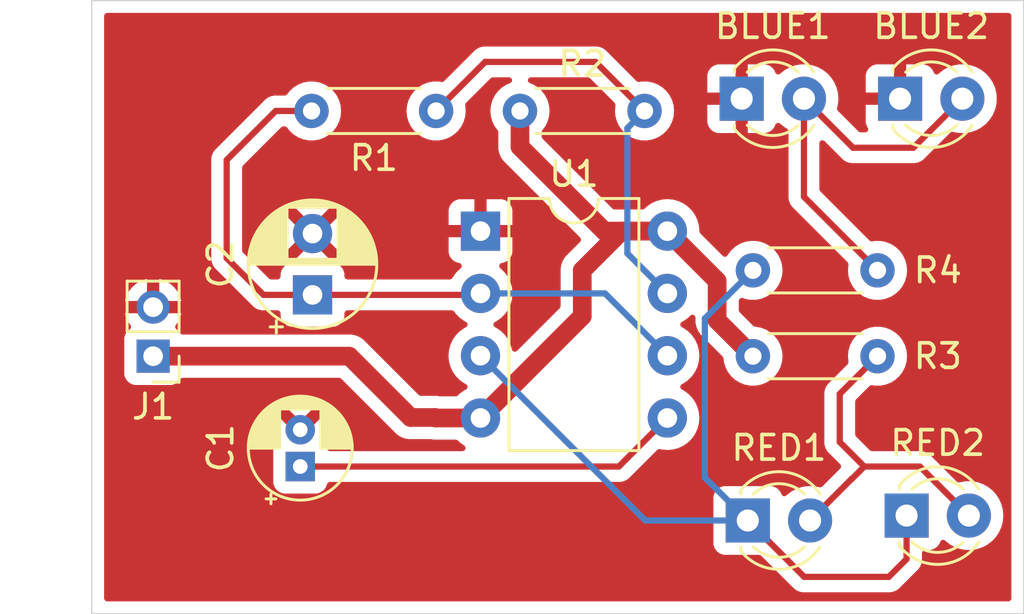
<source format=kicad_pcb>
(kicad_pcb (version 20240108) (generator "pcbnew") (generator_version "8.0")
  (title_block (title "555 Police Light") (date "2024-12-19") (rev "v01") (comment 4 "Author: PUTSHU LUNGHE"))
  (layers (0 "F.Cu" signal) (31 "B.Cu" signal) (34 "B.Paste" user) (35 "F.Paste" user) (36 "B.SilkS" user "B.Silkscreen") (37 "F.SilkS" user "F.Silkscreen") (38 "B.Mask" user) (39 "F.Mask" user) (44 "Edge.Cuts" user))
  (net 0 "")
  (net 1 "GND")
  (net 2 "Net-(BLUE1-A)")
  (net 3 "Net-(U1-CV)")
  (net 4 "Net-(U1-THR)")
  (net 5 "Net-(J1-Pin_1)")
  (net 6 "Net-(U1-DIS)")
  (net 7 "Net-(RED1-A)")
  (net 8 "Net-(RED1-K)")
  (footprint "LED_THT:LED_D3.0mm_Clear" (layer "F.Cu") (at 136 68)
    (property "Reference" "BLUE1" (at 1.27 -2.96 0) (layer "F.SilkS"))
    (property "Value" "LED")
    (fp_line (start -0.29 -1.236) (end -0.29 -1.08) (stroke (width 0.12)) (layer "F.SilkS"))
    (fp_line (start -0.29 1.08) (end -0.29 1.236) (stroke (width 0.12)) (layer "F.SilkS"))
    (fp_arc (start -0.29 -1.235516) (mid 1.366487 -1.987659) (end 2.942335 -1.078608) (stroke (width 0.12)) (layer "F.SilkS"))
    (fp_arc (start 0.229039 -1.08) (mid 1.270117 -1.5) (end 2.31113 -1.079837) (stroke (width 0.12)) (layer "F.SilkS"))
    (fp_arc (start 2.31113 1.079837) (mid 1.270117 1.5) (end 0.229039 1.08) (stroke (width 0.12)) (layer "F.SilkS"))
    (fp_arc (start 2.942335 1.078608) (mid 1.366487 1.987659) (end -0.29 1.235516) (stroke (width 0.12)) (layer "F.SilkS"))
    (pad "1" thru_hole rect (at 0 0) (size 1.8 1.8) (drill 0.9) (layers "*.Cu" "*.Mask") (net 1 "GND"))
    (pad "2" thru_hole circle (at 2.54 0) (size 1.8 1.8) (drill 0.9) (layers "*.Cu" "*.Mask") (net 2 "Net-(BLUE1-A)"))
  )
  (footprint "LED_THT:LED_D3.0mm" (layer "F.Cu") (at 136.25 85.2)
    (property "Reference" "RED1" (at 1.27 -2.96 0) (layer "F.SilkS"))
    (property "Value" "RED")
    (fp_line (start -0.29 -1.236) (end -0.29 -1.08) (stroke (width 0.12)) (layer "F.SilkS"))
    (fp_line (start -0.29 1.08) (end -0.29 1.236) (stroke (width 0.12)) (layer "F.SilkS"))
    (fp_arc (start -0.29 -1.235516) (mid 1.366487 -1.987659) (end 2.942335 -1.078608) (stroke (width 0.12)) (layer "F.SilkS"))
    (fp_arc (start 0.229039 -1.08) (mid 1.270117 -1.5) (end 2.31113 -1.079837) (stroke (width 0.12)) (layer "F.SilkS"))
    (fp_arc (start 2.31113 1.079837) (mid 1.270117 1.5) (end 0.229039 1.08) (stroke (width 0.12)) (layer "F.SilkS"))
    (fp_arc (start 2.942335 1.078608) (mid 1.366487 1.987659) (end -0.29 1.235516) (stroke (width 0.12)) (layer "F.SilkS"))
    (pad "1" thru_hole rect (at 0 0) (size 1.8 1.8) (drill 0.9) (layers "*.Cu" "*.Mask") (net 8 "Net-(RED1-K)"))
    (pad "2" thru_hole circle (at 2.54 0) (size 1.8 1.8) (drill 0.9) (layers "*.Cu" "*.Mask") (net 7 "Net-(RED1-A)"))
  )
  (footprint "Capacitor_THT:CP_Radial_D5.0mm_P2.50mm" (layer "F.Cu") (at 118.5 76 90)
    (property "Reference" "C2" (at 1.25 -3.75 90) (layer "F.SilkS"))
    (property "Value" "C_Polarized_US")
    (fp_line (start 1.29 -2.58) (end 1.29 2.58) (stroke (width 0.12)) (layer "F.SilkS"))
    (fp_line (start 1.25 -2.58) (end 1.25 2.58) (stroke (width 0.12)) (layer "F.SilkS"))
    (fp_line (start 1.33 -2.579) (end 1.33 2.579) (stroke (width 0.12)) (layer "F.SilkS"))
    (fp_line (start 1.37 -2.578) (end 1.37 2.578) (stroke (width 0.12)) (layer "F.SilkS"))
    (fp_line (start 1.41 -2.576) (end 1.41 2.576) (stroke (width 0.12)) (layer "F.SilkS"))
    (fp_line (start 1.45 -2.573) (end 1.45 2.573) (stroke (width 0.12)) (layer "F.SilkS"))
    (fp_line (start 1.49 -2.569) (end 1.49 -1.04) (stroke (width 0.12)) (layer "F.SilkS"))
    (fp_line (start 1.53 -2.565) (end 1.53 -1.04) (stroke (width 0.12)) (layer "F.SilkS"))
    (fp_line (start 1.57 -2.561) (end 1.57 -1.04) (stroke (width 0.12)) (layer "F.SilkS"))
    (fp_line (start 1.61 -2.556) (end 1.61 -1.04) (stroke (width 0.12)) (layer "F.SilkS"))
    (fp_line (start 1.65 -2.55) (end 1.65 -1.04) (stroke (width 0.12)) (layer "F.SilkS"))
    (fp_line (start 1.69 -2.543) (end 1.69 -1.04) (stroke (width 0.12)) (layer "F.SilkS"))
    (fp_line (start 1.73 -2.536) (end 1.73 -1.04) (stroke (width 0.12)) (layer "F.SilkS"))
    (fp_line (start 1.77 -2.528) (end 1.77 -1.04) (stroke (width 0.12)) (layer "F.SilkS"))
    (fp_line (start 1.81 -2.52) (end 1.81 -1.04) (stroke (width 0.12)) (layer "F.SilkS"))
    (fp_line (start 1.85 -2.511) (end 1.85 -1.04) (stroke (width 0.12)) (layer "F.SilkS"))
    (fp_line (start 1.89 -2.501) (end 1.89 -1.04) (stroke (width 0.12)) (layer "F.SilkS"))
    (fp_line (start 1.93 -2.491) (end 1.93 -1.04) (stroke (width 0.12)) (layer "F.SilkS"))
    (fp_line (start 1.971 -2.48) (end 1.971 -1.04) (stroke (width 0.12)) (layer "F.SilkS"))
    (fp_line (start 2.011 -2.468) (end 2.011 -1.04) (stroke (width 0.12)) (layer "F.SilkS"))
    (fp_line (start 2.051 -2.455) (end 2.051 -1.04) (stroke (width 0.12)) (layer "F.SilkS"))
    (fp_line (start 2.091 -2.442) (end 2.091 -1.04) (stroke (width 0.12)) (layer "F.SilkS"))
    (fp_line (start 2.131 -2.428) (end 2.131 -1.04) (stroke (width 0.12)) (layer "F.SilkS"))
    (fp_line (start 2.171 -2.414) (end 2.171 -1.04) (stroke (width 0.12)) (layer "F.SilkS"))
    (fp_line (start 2.211 -2.398) (end 2.211 -1.04) (stroke (width 0.12)) (layer "F.SilkS"))
    (fp_line (start 2.251 -2.382) (end 2.251 -1.04) (stroke (width 0.12)) (layer "F.SilkS"))
    (fp_line (start 2.291 -2.365) (end 2.291 -1.04) (stroke (width 0.12)) (layer "F.SilkS"))
    (fp_line (start 2.331 -2.348) (end 2.331 -1.04) (stroke (width 0.12)) (layer "F.SilkS"))
    (fp_line (start 2.371 -2.329) (end 2.371 -1.04) (stroke (width 0.12)) (layer "F.SilkS"))
    (fp_line (start 2.411 -2.31) (end 2.411 -1.04) (stroke (width 0.12)) (layer "F.SilkS"))
    (fp_line (start 2.451 -2.29) (end 2.451 -1.04) (stroke (width 0.12)) (layer "F.SilkS"))
    (fp_line (start 2.491 -2.268) (end 2.491 -1.04) (stroke (width 0.12)) (layer "F.SilkS"))
    (fp_line (start 2.531 -2.247) (end 2.531 -1.04) (stroke (width 0.12)) (layer "F.SilkS"))
    (fp_line (start 2.571 -2.224) (end 2.571 -1.04) (stroke (width 0.12)) (layer "F.SilkS"))
    (fp_line (start 2.611 -2.2) (end 2.611 -1.04) (stroke (width 0.12)) (layer "F.SilkS"))
    (fp_line (start 2.651 -2.175) (end 2.651 -1.04) (stroke (width 0.12)) (layer "F.SilkS"))
    (fp_line (start 2.691 -2.149) (end 2.691 -1.04) (stroke (width 0.12)) (layer "F.SilkS"))
    (fp_line (start 2.731 -2.122) (end 2.731 -1.04) (stroke (width 0.12)) (layer "F.SilkS"))
    (fp_line (start 2.771 -2.095) (end 2.771 -1.04) (stroke (width 0.12)) (layer "F.SilkS"))
    (fp_line (start 2.811 -2.065) (end 2.811 -1.04) (stroke (width 0.12)) (layer "F.SilkS"))
    (fp_line (start 2.851 -2.035) (end 2.851 -1.04) (stroke (width 0.12)) (layer "F.SilkS"))
    (fp_line (start 2.891 -2.004) (end 2.891 -1.04) (stroke (width 0.12)) (layer "F.SilkS"))
    (fp_line (start 2.931 -1.971) (end 2.931 -1.04) (stroke (width 0.12)) (layer "F.SilkS"))
    (fp_line (start 2.971 -1.937) (end 2.971 -1.04) (stroke (width 0.12)) (layer "F.SilkS"))
    (fp_line (start 3.011 -1.901) (end 3.011 -1.04) (stroke (width 0.12)) (layer "F.SilkS"))
    (fp_line (start 3.051 -1.864) (end 3.051 -1.04) (stroke (width 0.12)) (layer "F.SilkS"))
    (fp_line (start 3.091 -1.826) (end 3.091 -1.04) (stroke (width 0.12)) (layer "F.SilkS"))
    (fp_line (start 3.131 -1.785) (end 3.131 -1.04) (stroke (width 0.12)) (layer "F.SilkS"))
    (fp_line (start 3.171 -1.743) (end 3.171 -1.04) (stroke (width 0.12)) (layer "F.SilkS"))
    (fp_line (start -1.304775 -1.725) (end -1.304775 -1.225) (stroke (width 0.12)) (layer "F.SilkS"))
    (fp_line (start 3.211 -1.699) (end 3.211 -1.04) (stroke (width 0.12)) (layer "F.SilkS"))
    (fp_line (start 3.251 -1.653) (end 3.251 -1.04) (stroke (width 0.12)) (layer "F.SilkS"))
    (fp_line (start 3.291 -1.605) (end 3.291 -1.04) (stroke (width 0.12)) (layer "F.SilkS"))
    (fp_line (start 3.331 -1.554) (end 3.331 -1.04) (stroke (width 0.12)) (layer "F.SilkS"))
    (fp_line (start 3.371 -1.5) (end 3.371 -1.04) (stroke (width 0.12)) (layer "F.SilkS"))
    (fp_line (start -1.554775 -1.475) (end -1.054775 -1.475) (stroke (width 0.12)) (layer "F.SilkS"))
    (fp_line (start 3.411 -1.443) (end 3.411 -1.04) (stroke (width 0.12)) (layer "F.SilkS"))
    (fp_line (start 3.451 -1.383) (end 3.451 -1.04) (stroke (width 0.12)) (layer "F.SilkS"))
    (fp_line (start 3.491 -1.319) (end 3.491 -1.04) (stroke (width 0.12)) (layer "F.SilkS"))
    (fp_line (start 3.531 -1.251) (end 3.531 -1.04) (stroke (width 0.12)) (layer "F.SilkS"))
    (fp_line (start 3.571 -1.178) (end 3.571 1.178) (stroke (width 0.12)) (layer "F.SilkS"))
    (fp_line (start 3.611 -1.098) (end 3.611 1.098) (stroke (width 0.12)) (layer "F.SilkS"))
    (fp_line (start 3.651 -1.011) (end 3.651 1.011) (stroke (width 0.12)) (layer "F.SilkS"))
    (fp_line (start 3.691 -0.915) (end 3.691 0.915) (stroke (width 0.12)) (layer "F.SilkS"))
    (fp_line (start 3.731 -0.805) (end 3.731 0.805) (stroke (width 0.12)) (layer "F.SilkS"))
    (fp_line (start 3.771 -0.677) (end 3.771 0.677) (stroke (width 0.12)) (layer "F.SilkS"))
    (fp_line (start 3.811 -0.518) (end 3.811 0.518) (stroke (width 0.12)) (layer "F.SilkS"))
    (fp_line (start 3.851 -0.284) (end 3.851 0.284) (stroke (width 0.12)) (layer "F.SilkS"))
    (fp_line (start 3.531 1.04) (end 3.531 1.251) (stroke (width 0.12)) (layer "F.SilkS"))
    (fp_line (start 3.491 1.04) (end 3.491 1.319) (stroke (width 0.12)) (layer "F.SilkS"))
    (fp_line (start 3.451 1.04) (end 3.451 1.383) (stroke (width 0.12)) (layer "F.SilkS"))
    (fp_line (start 3.411 1.04) (end 3.411 1.443) (stroke (width 0.12)) (layer "F.SilkS"))
    (fp_line (start 3.371 1.04) (end 3.371 1.5) (stroke (width 0.12)) (layer "F.SilkS"))
    (fp_line (start 3.331 1.04) (end 3.331 1.554) (stroke (width 0.12)) (layer "F.SilkS"))
    (fp_line (start 3.291 1.04) (end 3.291 1.605) (stroke (width 0.12)) (layer "F.SilkS"))
    (fp_line (start 3.251 1.04) (end 3.251 1.653) (stroke (width 0.12)) (layer "F.SilkS"))
    (fp_line (start 3.211 1.04) (end 3.211 1.699) (stroke (width 0.12)) (layer "F.SilkS"))
    (fp_line (start 3.171 1.04) (end 3.171 1.743) (stroke (width 0.12)) (layer "F.SilkS"))
    (fp_line (start 3.131 1.04) (end 3.131 1.785) (stroke (width 0.12)) (layer "F.SilkS"))
    (fp_line (start 3.091 1.04) (end 3.091 1.826) (stroke (width 0.12)) (layer "F.SilkS"))
    (fp_line (start 3.051 1.04) (end 3.051 1.864) (stroke (width 0.12)) (layer "F.SilkS"))
    (fp_line (start 3.011 1.04) (end 3.011 1.901) (stroke (width 0.12)) (layer "F.SilkS"))
    (fp_line (start 2.971 1.04) (end 2.971 1.937) (stroke (width 0.12)) (layer "F.SilkS"))
    (fp_line (start 2.931 1.04) (end 2.931 1.971) (stroke (width 0.12)) (layer "F.SilkS"))
    (fp_line (start 2.891 1.04) (end 2.891 2.004) (stroke (width 0.12)) (layer "F.SilkS"))
    (fp_line (start 2.851 1.04) (end 2.851 2.035) (stroke (width 0.12)) (layer "F.SilkS"))
    (fp_line (start 2.811 1.04) (end 2.811 2.065) (stroke (width 0.12)) (layer "F.SilkS"))
    (fp_line (start 2.771 1.04) (end 2.771 2.095) (stroke (width 0.12)) (layer "F.SilkS"))
    (fp_line (start 2.731 1.04) (end 2.731 2.122) (stroke (width 0.12)) (layer "F.SilkS"))
    (fp_line (start 2.691 1.04) (end 2.691 2.149) (stroke (width 0.12)) (layer "F.SilkS"))
    (fp_line (start 2.651 1.04) (end 2.651 2.175) (stroke (width 0.12)) (layer "F.SilkS"))
    (fp_line (start 2.611 1.04) (end 2.611 2.2) (stroke (width 0.12)) (layer "F.SilkS"))
    (fp_line (start 2.571 1.04) (end 2.571 2.224) (stroke (width 0.12)) (layer "F.SilkS"))
    (fp_line (start 2.531 1.04) (end 2.531 2.247) (stroke (width 0.12)) (layer "F.SilkS"))
    (fp_line (start 2.491 1.04) (end 2.491 2.268) (stroke (width 0.12)) (layer "F.SilkS"))
    (fp_line (start 2.451 1.04) (end 2.451 2.29) (stroke (width 0.12)) (layer "F.SilkS"))
    (fp_line (start 2.411 1.04) (end 2.411 2.31) (stroke (width 0.12)) (layer "F.SilkS"))
    (fp_line (start 2.371 1.04) (end 2.371 2.329) (stroke (width 0.12)) (layer "F.SilkS"))
    (fp_line (start 2.331 1.04) (end 2.331 2.348) (stroke (width 0.12)) (layer "F.SilkS"))
    (fp_line (start 2.291 1.04) (end 2.291 2.365) (stroke (width 0.12)) (layer "F.SilkS"))
    (fp_line (start 2.251 1.04) (end 2.251 2.382) (stroke (width 0.12)) (layer "F.SilkS"))
    (fp_line (start 2.211 1.04) (end 2.211 2.398) (stroke (width 0.12)) (layer "F.SilkS"))
    (fp_line (start 2.171 1.04) (end 2.171 2.414) (stroke (width 0.12)) (layer "F.SilkS"))
    (fp_line (start 2.131 1.04) (end 2.131 2.428) (stroke (width 0.12)) (layer "F.SilkS"))
    (fp_line (start 2.091 1.04) (end 2.091 2.442) (stroke (width 0.12)) (layer "F.SilkS"))
    (fp_line (start 2.051 1.04) (end 2.051 2.455) (stroke (width 0.12)) (layer "F.SilkS"))
    (fp_line (start 2.011 1.04) (end 2.011 2.468) (stroke (width 0.12)) (layer "F.SilkS"))
    (fp_line (start 1.971 1.04) (end 1.971 2.48) (stroke (width 0.12)) (layer "F.SilkS"))
    (fp_line (start 1.93 1.04) (end 1.93 2.491) (stroke (width 0.12)) (layer "F.SilkS"))
    (fp_line (start 1.89 1.04) (end 1.89 2.501) (stroke (width 0.12)) (layer "F.SilkS"))
    (fp_line (start 1.85 1.04) (end 1.85 2.511) (stroke (width 0.12)) (layer "F.SilkS"))
    (fp_line (start 1.81 1.04) (end 1.81 2.52) (stroke (width 0.12)) (layer "F.SilkS"))
    (fp_line (start 1.77 1.04) (end 1.77 2.528) (stroke (width 0.12)) (layer "F.SilkS"))
    (fp_line (start 1.73 1.04) (end 1.73 2.536) (stroke (width 0.12)) (layer "F.SilkS"))
    (fp_line (start 1.69 1.04) (end 1.69 2.543) (stroke (width 0.12)) (layer "F.SilkS"))
    (fp_line (start 1.65 1.04) (end 1.65 2.55) (stroke (width 0.12)) (layer "F.SilkS"))
    (fp_line (start 1.61 1.04) (end 1.61 2.556) (stroke (width 0.12)) (layer "F.SilkS"))
    (fp_line (start 1.57 1.04) (end 1.57 2.561) (stroke (width 0.12)) (layer "F.SilkS"))
    (fp_line (start 1.53 1.04) (end 1.53 2.565) (stroke (width 0.12)) (layer "F.SilkS"))
    (fp_line (start 1.49 1.04) (end 1.49 2.569) (stroke (width 0.12)) (layer "F.SilkS"))
    (fp_circle (center 1.25 0) (end 3.87 0) (stroke (width 0.12)) (fill none) (layer "F.SilkS"))
    (pad "1" thru_hole rect (at 0 0 90) (size 1.6 1.6) (drill 0.8) (layers "*.Cu" "*.Mask") (net 4 "Net-(U1-THR)"))
    (pad "2" thru_hole circle (at 2.5 0 90) (size 1.6 1.6) (drill 0.8) (layers "*.Cu" "*.Mask") (net 1 "GND"))
  )
  (footprint "Connector_PinHeader_2.00mm:PinHeader_1x02_P2.00mm_Vertical" (layer "F.Cu") (at 112 78.5 180)
    (property "Reference" "J1" (at 0 -2.06 360) (layer "F.SilkS"))
    (property "Value" "Conn_01x02_Pin")
    (fp_line (start 1.06 1) (end 1.06 3.06) (stroke (width 0.12)) (layer "F.SilkS"))
    (fp_line (start -1.06 3.06) (end 1.06 3.06) (stroke (width 0.12)) (layer "F.SilkS"))
    (fp_line (start -1.06 1) (end 1.06 1) (stroke (width 0.12)) (layer "F.SilkS"))
    (fp_line (start -1.06 1) (end -1.06 3.06) (stroke (width 0.12)) (layer "F.SilkS"))
    (fp_line (start -1.06 0) (end -1.06 -1.06) (stroke (width 0.12)) (layer "F.SilkS"))
    (fp_line (start -1.06 -1.06) (end 0 -1.06) (stroke (width 0.12)) (layer "F.SilkS"))
    (pad "1" thru_hole rect (at 0 0 180) (size 1.35 1.35) (drill 0.8) (layers "*.Cu" "*.Mask") (net 5 "Net-(J1-Pin_1)"))
    (pad "2" thru_hole oval (at 0 2 180) (size 1.35 1.35) (drill 0.8) (layers "*.Cu" "*.Mask") (net 1 "GND"))
  )
  (footprint "Resistor_THT:R_Axial_DIN0204_L3.6mm_D1.6mm_P5.08mm_Horizontal" (layer "F.Cu") (at 136.46 78.5)
    (property "Reference" "R3" (at 7.54 0 0) (layer "F.SilkS"))
    (property "Value" "120R")
    (fp_line (start 0.62 -0.92) (end 4.46 -0.92) (stroke (width 0.12)) (layer "F.SilkS"))
    (fp_line (start 0.62 0.92) (end 4.46 0.92) (stroke (width 0.12)) (layer "F.SilkS"))
    (pad "1" thru_hole circle (at 0 0) (size 1.4 1.4) (drill 0.7) (layers "*.Cu" "*.Mask") (net 5 "Net-(J1-Pin_1)"))
    (pad "2" thru_hole oval (at 5.08 0) (size 1.4 1.4) (drill 0.7) (layers "*.Cu" "*.Mask") (net 7 "Net-(RED1-A)"))
  )
  (footprint "LED_THT:LED_D3.0mm" (layer "F.Cu") (at 142.725 85)
    (property "Reference" "RED2" (at 1.27 -2.96 0) (layer "F.SilkS"))
    (property "Value" "RED")
    (fp_line (start -0.29 -1.236) (end -0.29 -1.08) (stroke (width 0.12)) (layer "F.SilkS"))
    (fp_line (start -0.29 1.08) (end -0.29 1.236) (stroke (width 0.12)) (layer "F.SilkS"))
    (fp_arc (start -0.29 -1.235516) (mid 1.366487 -1.987659) (end 2.942335 -1.078608) (stroke (width 0.12)) (layer "F.SilkS"))
    (fp_arc (start 0.229039 -1.08) (mid 1.270117 -1.5) (end 2.31113 -1.079837) (stroke (width 0.12)) (layer "F.SilkS"))
    (fp_arc (start 2.31113 1.079837) (mid 1.270117 1.5) (end 0.229039 1.08) (stroke (width 0.12)) (layer "F.SilkS"))
    (fp_arc (start 2.942335 1.078608) (mid 1.366487 1.987659) (end -0.29 1.235516) (stroke (width 0.12)) (layer "F.SilkS"))
    (pad "1" thru_hole rect (at 0 0) (size 1.8 1.8) (drill 0.9) (layers "*.Cu" "*.Mask") (net 8 "Net-(RED1-K)"))
    (pad "2" thru_hole circle (at 2.54 0) (size 1.8 1.8) (drill 0.9) (layers "*.Cu" "*.Mask") (net 7 "Net-(RED1-A)"))
  )
  (footprint "Resistor_THT:R_Axial_DIN0204_L3.6mm_D1.6mm_P5.08mm_Horizontal" (layer "F.Cu") (at 123.54 68.5 180)
    (property "Reference" "R1" (at 2.54 -1.92 180) (layer "F.SilkS"))
    (property "Value" "10K")
    (fp_line (start 0.62 0.92) (end 4.46 0.92) (stroke (width 0.12)) (layer "F.SilkS"))
    (fp_line (start 0.62 -0.92) (end 4.46 -0.92) (stroke (width 0.12)) (layer "F.SilkS"))
    (pad "1" thru_hole circle (at 0 0 180) (size 1.4 1.4) (drill 0.7) (layers "*.Cu" "*.Mask") (net 6 "Net-(U1-DIS)"))
    (pad "2" thru_hole oval (at 5.08 0 180) (size 1.4 1.4) (drill 0.7) (layers "*.Cu" "*.Mask") (net 4 "Net-(U1-THR)"))
  )
  (footprint "LED_THT:LED_D3.0mm_Clear" (layer "F.Cu") (at 142.46 68)
    (property "Reference" "BLUE2" (at 1.27 -2.96 0) (layer "F.SilkS"))
    (property "Value" "LED")
    (fp_line (start -0.29 -1.236) (end -0.29 -1.08) (stroke (width 0.12)) (layer "F.SilkS"))
    (fp_line (start -0.29 1.08) (end -0.29 1.236) (stroke (width 0.12)) (layer "F.SilkS"))
    (fp_arc (start -0.29 -1.235516) (mid 1.366487 -1.987659) (end 2.942335 -1.078608) (stroke (width 0.12)) (layer "F.SilkS"))
    (fp_arc (start 0.229039 -1.08) (mid 1.270117 -1.5) (end 2.31113 -1.079837) (stroke (width 0.12)) (layer "F.SilkS"))
    (fp_arc (start 2.31113 1.079837) (mid 1.270117 1.5) (end 0.229039 1.08) (stroke (width 0.12)) (layer "F.SilkS"))
    (fp_arc (start 2.942335 1.078608) (mid 1.366487 1.987659) (end -0.29 1.235516) (stroke (width 0.12)) (layer "F.SilkS"))
    (pad "1" thru_hole rect (at 0 0) (size 1.8 1.8) (drill 0.9) (layers "*.Cu" "*.Mask") (net 1 "GND"))
    (pad "2" thru_hole circle (at 2.54 0) (size 1.8 1.8) (drill 0.9) (layers "*.Cu" "*.Mask") (net 2 "Net-(BLUE1-A)"))
  )
  (footprint "Capacitor_THT:CP_Radial_D4.0mm_P1.50mm" (layer "F.Cu") (at 118 83 90)
    (property "Reference" "C1" (at 0.75 -3.25 90) (layer "F.SilkS"))
    (property "Value" "C_Polarized_US")
    (fp_line (start 0.79 -2.08) (end 0.79 -0.84) (stroke (width 0.12)) (layer "F.SilkS"))
    (fp_line (start 0.75 -2.08) (end 0.75 -0.84) (stroke (width 0.12)) (layer "F.SilkS"))
    (fp_line (start 0.83 -2.079) (end 0.83 -0.84) (stroke (width 0.12)) (layer "F.SilkS"))
    (fp_line (start 0.87 -2.077) (end 0.87 -0.84) (stroke (width 0.12)) (layer "F.SilkS"))
    (fp_line (start 0.91 -2.074) (end 0.91 -0.84) (stroke (width 0.12)) (layer "F.SilkS"))
    (fp_line (start 0.95 -2.071) (end 0.95 -0.84) (stroke (width 0.12)) (layer "F.SilkS"))
    (fp_line (start 0.99 -2.067) (end 0.99 -0.84) (stroke (width 0.12)) (layer "F.SilkS"))
    (fp_line (start 1.03 -2.062) (end 1.03 -0.84) (stroke (width 0.12)) (layer "F.SilkS"))
    (fp_line (start 1.07 -2.056) (end 1.07 -0.84) (stroke (width 0.12)) (layer "F.SilkS"))
    (fp_line (start 1.11 -2.05) (end 1.11 -0.84) (stroke (width 0.12)) (layer "F.SilkS"))
    (fp_line (start 1.15 -2.042) (end 1.15 -0.84) (stroke (width 0.12)) (layer "F.SilkS"))
    (fp_line (start 1.19 -2.034) (end 1.19 -0.84) (stroke (width 0.12)) (layer "F.SilkS"))
    (fp_line (start 1.23 -2.025) (end 1.23 -0.84) (stroke (width 0.12)) (layer "F.SilkS"))
    (fp_line (start 1.27 -2.016) (end 1.27 -0.84) (stroke (width 0.12)) (layer "F.SilkS"))
    (fp_line (start 1.31 -2.005) (end 1.31 -0.84) (stroke (width 0.12)) (layer "F.SilkS"))
    (fp_line (start 1.35 -1.994) (end 1.35 -0.84) (stroke (width 0.12)) (layer "F.SilkS"))
    (fp_line (start 1.39 -1.982) (end 1.39 -0.84) (stroke (width 0.12)) (layer "F.SilkS"))
    (fp_line (start 1.43 -1.968) (end 1.43 -0.84) (stroke (width 0.12)) (layer "F.SilkS"))
    (fp_line (start 1.471 -1.954) (end 1.471 -0.84) (stroke (width 0.12)) (layer "F.SilkS"))
    (fp_line (start 1.511 -1.94) (end 1.511 -0.84) (stroke (width 0.12)) (layer "F.SilkS"))
    (fp_line (start 1.551 -1.924) (end 1.551 -0.84) (stroke (width 0.12)) (layer "F.SilkS"))
    (fp_line (start 1.591 -1.907) (end 1.591 -0.84) (stroke (width 0.12)) (layer "F.SilkS"))
    (fp_line (start 1.631 -1.889) (end 1.631 -0.84) (stroke (width 0.12)) (layer "F.SilkS"))
    (fp_line (start 1.671 -1.87) (end 1.671 -0.84) (stroke (width 0.12)) (layer "F.SilkS"))
    (fp_line (start 1.711 -1.851) (end 1.711 -0.84) (stroke (width 0.12)) (layer "F.SilkS"))
    (fp_line (start 1.751 -1.83) (end 1.751 -0.84) (stroke (width 0.12)) (layer "F.SilkS"))
    (fp_line (start 1.791 -1.808) (end 1.791 -0.84) (stroke (width 0.12)) (layer "F.SilkS"))
    (fp_line (start 1.831 -1.785) (end 1.831 -0.84) (stroke (width 0.12)) (layer "F.SilkS"))
    (fp_line (start 1.871 -1.76) (end 1.871 -0.84) (stroke (width 0.12)) (layer "F.SilkS"))
    (fp_line (start 1.911 -1.735) (end 1.911 -0.84) (stroke (width 0.12)) (layer "F.SilkS"))
    (fp_line (start 1.951 -1.708) (end 1.951 -0.84) (stroke (width 0.12)) (layer "F.SilkS"))
    (fp_line (start 1.991 -1.68) (end 1.991 -0.84) (stroke (width 0.12)) (layer "F.SilkS"))
    (fp_line (start 2.031 -1.65) (end 2.031 -0.84) (stroke (width 0.12)) (layer "F.SilkS"))
    (fp_line (start 2.071 -1.619) (end 2.071 -0.84) (stroke (width 0.12)) (layer "F.SilkS"))
    (fp_line (start 2.111 -1.587) (end 2.111 -0.84) (stroke (width 0.12)) (layer "F.SilkS"))
    (fp_line (start 2.151 -1.552) (end 2.151 -0.84) (stroke (width 0.12)) (layer "F.SilkS"))
    (fp_line (start 2.191 -1.516) (end 2.191 -0.84) (stroke (width 0.12)) (layer "F.SilkS"))
    (fp_line (start 2.231 -1.478) (end 2.231 -0.84) (stroke (width 0.12)) (layer "F.SilkS"))
    (fp_line (start 2.271 -1.438) (end 2.271 -0.84) (stroke (width 0.12)) (layer "F.SilkS"))
    (fp_line (start 2.311 -1.396) (end 2.311 -0.84) (stroke (width 0.12)) (layer "F.SilkS"))
    (fp_line (start -1.319801 -1.395) (end -1.319801 -0.995) (stroke (width 0.12)) (layer "F.SilkS"))
    (fp_line (start 2.351 -1.351) (end 2.351 1.351) (stroke (width 0.12)) (layer "F.SilkS"))
    (fp_line (start 2.391 -1.304) (end 2.391 1.304) (stroke (width 0.12)) (layer "F.SilkS"))
    (fp_line (start 2.431 -1.254) (end 2.431 1.254) (stroke (width 0.12)) (layer "F.SilkS"))
    (fp_line (start 2.471 -1.2) (end 2.471 1.2) (stroke (width 0.12)) (layer "F.SilkS"))
    (fp_line (start -1.519801 -1.195) (end -1.119801 -1.195) (stroke (width 0.12)) (layer "F.SilkS"))
    (fp_line (start 2.511 -1.142) (end 2.511 1.142) (stroke (width 0.12)) (layer "F.SilkS"))
    (fp_line (start 2.551 -1.08) (end 2.551 1.08) (stroke (width 0.12)) (layer "F.SilkS"))
    (fp_line (start 2.591 -1.013) (end 2.591 1.013) (stroke (width 0.12)) (layer "F.SilkS"))
    (fp_line (start 2.631 -0.94) (end 2.631 0.94) (stroke (width 0.12)) (layer "F.SilkS"))
    (fp_line (start 2.671 -0.859) (end 2.671 0.859) (stroke (width 0.12)) (layer "F.SilkS"))
    (fp_line (start 2.711 -0.768) (end 2.711 0.768) (stroke (width 0.12)) (layer "F.SilkS"))
    (fp_line (start 2.751 -0.664) (end 2.751 0.664) (stroke (width 0.12)) (layer "F.SilkS"))
    (fp_line (start 2.791 -0.537) (end 2.791 0.537) (stroke (width 0.12)) (layer "F.SilkS"))
    (fp_line (start 2.831 -0.37) (end 2.831 0.37) (stroke (width 0.12)) (layer "F.SilkS"))
    (fp_line (start 2.311 0.84) (end 2.311 1.396) (stroke (width 0.12)) (layer "F.SilkS"))
    (fp_line (start 2.271 0.84) (end 2.271 1.438) (stroke (width 0.12)) (layer "F.SilkS"))
    (fp_line (start 2.231 0.84) (end 2.231 1.478) (stroke (width 0.12)) (layer "F.SilkS"))
    (fp_line (start 2.191 0.84) (end 2.191 1.516) (stroke (width 0.12)) (layer "F.SilkS"))
    (fp_line (start 2.151 0.84) (end 2.151 1.552) (stroke (width 0.12)) (layer "F.SilkS"))
    (fp_line (start 2.111 0.84) (end 2.111 1.587) (stroke (width 0.12)) (layer "F.SilkS"))
    (fp_line (start 2.071 0.84) (end 2.071 1.619) (stroke (width 0.12)) (layer "F.SilkS"))
    (fp_line (start 2.031 0.84) (end 2.031 1.65) (stroke (width 0.12)) (layer "F.SilkS"))
    (fp_line (start 1.991 0.84) (end 1.991 1.68) (stroke (width 0.12)) (layer "F.SilkS"))
    (fp_line (start 1.951 0.84) (end 1.951 1.708) (stroke (width 0.12)) (layer "F.SilkS"))
    (fp_line (start 1.911 0.84) (end 1.911 1.735) (stroke (width 0.12)) (layer "F.SilkS"))
    (fp_line (start 1.871 0.84) (end 1.871 1.76) (stroke (width 0.12)) (layer "F.SilkS"))
    (fp_line (start 1.831 0.84) (end 1.831 1.785) (stroke (width 0.12)) (layer "F.SilkS"))
    (fp_line (start 1.791 0.84) (end 1.791 1.808) (stroke (width 0.12)) (layer "F.SilkS"))
    (fp_line (start 1.751 0.84) (end 1.751 1.83) (stroke (width 0.12)) (layer "F.SilkS"))
    (fp_line (start 1.711 0.84) (end 1.711 1.851) (stroke (width 0.12)) (layer "F.SilkS"))
    (fp_line (start 1.671 0.84) (end 1.671 1.87) (stroke (width 0.12)) (layer "F.SilkS"))
    (fp_line (start 1.631 0.84) (end 1.631 1.889) (stroke (width 0.12)) (layer "F.SilkS"))
    (fp_line (start 1.591 0.84) (end 1.591 1.907) (stroke (width 0.12)) (layer "F.SilkS"))
    (fp_line (start 1.551 0.84) (end 1.551 1.924) (stroke (width 0.12)) (layer "F.SilkS"))
    (fp_line (start 1.511 0.84) (end 1.511 1.94) (stroke (width 0.12)) (layer "F.SilkS"))
    (fp_line (start 1.471 0.84) (end 1.471 1.954) (stroke (width 0.12)) (layer "F.SilkS"))
    (fp_line (start 1.43 0.84) (end 1.43 1.968) (stroke (width 0.12)) (layer "F.SilkS"))
    (fp_line (start 1.39 0.84) (end 1.39 1.982) (stroke (width 0.12)) (layer "F.SilkS"))
    (fp_line (start 1.35 0.84) (end 1.35 1.994) (stroke (width 0.12)) (layer "F.SilkS"))
    (fp_line (start 1.31 0.84) (end 1.31 2.005) (stroke (width 0.12)) (layer "F.SilkS"))
    (fp_line (start 1.27 0.84) (end 1.27 2.016) (stroke (width 0.12)) (layer "F.SilkS"))
    (fp_line (start 1.23 0.84) (end 1.23 2.025) (stroke (width 0.12)) (layer "F.SilkS"))
    (fp_line (start 1.19 0.84) (end 1.19 2.034) (stroke (width 0.12)) (layer "F.SilkS"))
    (fp_line (start 1.15 0.84) (end 1.15 2.042) (stroke (width 0.12)) (layer "F.SilkS"))
    (fp_line (start 1.11 0.84) (end 1.11 2.05) (stroke (width 0.12)) (layer "F.SilkS"))
    (fp_line (start 1.07 0.84) (end 1.07 2.056) (stroke (width 0.12)) (layer "F.SilkS"))
    (fp_line (start 1.03 0.84) (end 1.03 2.062) (stroke (width 0.12)) (layer "F.SilkS"))
    (fp_line (start 0.99 0.84) (end 0.99 2.067) (stroke (width 0.12)) (layer "F.SilkS"))
    (fp_line (start 0.95 0.84) (end 0.95 2.071) (stroke (width 0.12)) (layer "F.SilkS"))
    (fp_line (start 0.91 0.84) (end 0.91 2.074) (stroke (width 0.12)) (layer "F.SilkS"))
    (fp_line (start 0.87 0.84) (end 0.87 2.077) (stroke (width 0.12)) (layer "F.SilkS"))
    (fp_line (start 0.83 0.84) (end 0.83 2.079) (stroke (width 0.12)) (layer "F.SilkS"))
    (fp_line (start 0.79 0.84) (end 0.79 2.08) (stroke (width 0.12)) (layer "F.SilkS"))
    (fp_line (start 0.75 0.84) (end 0.75 2.08) (stroke (width 0.12)) (layer "F.SilkS"))
    (fp_circle (center 0.75 0) (end 2.87 0) (stroke (width 0.12)) (fill none) (layer "F.SilkS"))
    (pad "1" thru_hole rect (at 0 0 90) (size 1.2 1.2) (drill 0.6) (layers "*.Cu" "*.Mask") (net 3 "Net-(U1-CV)"))
    (pad "2" thru_hole circle (at 1.5 0 90) (size 1.2 1.2) (drill 0.6) (layers "*.Cu" "*.Mask") (net 1 "GND"))
  )
  (footprint "Resistor_THT:R_Axial_DIN0204_L3.6mm_D1.6mm_P5.08mm_Horizontal" (layer "F.Cu") (at 136.46 75)
    (property "Reference" "R4" (at 7.54 0 0) (layer "F.SilkS"))
    (property "Value" "120R")
    (fp_line (start 0.62 -0.92) (end 4.46 -0.92) (stroke (width 0.12)) (layer "F.SilkS"))
    (fp_line (start 0.62 0.92) (end 4.46 0.92) (stroke (width 0.12)) (layer "F.SilkS"))
    (pad "1" thru_hole circle (at 0 0) (size 1.4 1.4) (drill 0.7) (layers "*.Cu" "*.Mask") (net 8 "Net-(RED1-K)"))
    (pad "2" thru_hole oval (at 5.08 0) (size 1.4 1.4) (drill 0.7) (layers "*.Cu" "*.Mask") (net 2 "Net-(BLUE1-A)"))
  )
  (footprint "Package_DIP:DIP-8_W7.62mm" (layer "F.Cu") (at 125.35 73.4)
    (property "Reference" "U1" (at 3.81 -2.33 0) (layer "F.SilkS"))
    (property "Value" "ICM7555xP")
    (fp_line (start 1.16 -1.33) (end 1.16 8.95) (stroke (width 0.12)) (layer "F.SilkS"))
    (fp_line (start 1.16 8.95) (end 6.46 8.95) (stroke (width 0.12)) (layer "F.SilkS"))
    (fp_line (start 2.81 -1.33) (end 1.16 -1.33) (stroke (width 0.12)) (layer "F.SilkS"))
    (fp_line (start 6.46 -1.33) (end 4.81 -1.33) (stroke (width 0.12)) (layer "F.SilkS"))
    (fp_line (start 6.46 8.95) (end 6.46 -1.33) (stroke (width 0.12)) (layer "F.SilkS"))
    (fp_arc (start 4.81 -1.33) (mid 3.81 -0.33) (end 2.81 -1.33) (stroke (width 0.12)) (layer "F.SilkS"))
    (pad "1" thru_hole rect (at 0 0) (size 1.6 1.6) (drill 0.8) (layers "*.Cu" "*.Mask") (net 1 "GND"))
    (pad "2" thru_hole oval (at 0 2.54) (size 1.6 1.6) (drill 0.8) (layers "*.Cu" "*.Mask") (net 4 "Net-(U1-THR)"))
    (pad "3" thru_hole oval (at 0 5.08) (size 1.6 1.6) (drill 0.8) (layers "*.Cu" "*.Mask") (net 8 "Net-(RED1-K)"))
    (pad "4" thru_hole oval (at 0 7.62) (size 1.6 1.6) (drill 0.8) (layers "*.Cu" "*.Mask") (net 5 "Net-(J1-Pin_1)"))
    (pad "5" thru_hole oval (at 7.62 7.62) (size 1.6 1.6) (drill 0.8) (layers "*.Cu" "*.Mask") (net 3 "Net-(U1-CV)"))
    (pad "6" thru_hole oval (at 7.62 5.08) (size 1.6 1.6) (drill 0.8) (layers "*.Cu" "*.Mask") (net 4 "Net-(U1-THR)"))
    (pad "7" thru_hole oval (at 7.62 2.54) (size 1.6 1.6) (drill 0.8) (layers "*.Cu" "*.Mask") (net 6 "Net-(U1-DIS)"))
    (pad "8" thru_hole oval (at 7.62 0) (size 1.6 1.6) (drill 0.8) (layers "*.Cu" "*.Mask") (net 5 "Net-(J1-Pin_1)"))
  )
  (footprint "Resistor_THT:R_Axial_DIN0204_L3.6mm_D1.6mm_P5.08mm_Horizontal" (layer "F.Cu") (at 126.96 68.5)
    (property "Reference" "R2" (at 2.54 -1.92 0) (layer "F.SilkS"))
    (property "Value" "22K")
    (fp_line (start 0.62 -0.92) (end 4.46 -0.92) (stroke (width 0.12)) (layer "F.SilkS"))
    (fp_line (start 0.62 0.92) (end 4.46 0.92) (stroke (width 0.12)) (layer "F.SilkS"))
    (pad "1" thru_hole circle (at 0 0) (size 1.4 1.4) (drill 0.7) (layers "*.Cu" "*.Mask") (net 5 "Net-(J1-Pin_1)"))
    (pad "2" thru_hole oval (at 5.08 0) (size 1.4 1.4) (drill 0.7) (layers "*.Cu" "*.Mask") (net 6 "Net-(U1-DIS)"))
  )
  (gr_rect (start 109.5 64) (end 147.5 89) (stroke (width 0.05)) (fill none) (layer "Edge.Cuts"))
  (segment (start 143 70) (end 145 68) (width 0.254) (layer "F.Cu") (net 2))
  (segment (start 138.54 68) (end 140.54 70) (width 0.254) (layer "F.Cu") (net 2))
  (segment (start 138.54 68) (end 138.54 72) (width 0.254) (layer "F.Cu") (net 2))
  (segment (start 138.54 72) (end 141.54 75) (width 0.254) (layer "F.Cu") (net 2))
  (segment (start 140.54 70) (end 143 70) (width 0.254) (layer "F.Cu") (net 2))
  (segment (start 118 83) (end 130.99 83) (width 0.254) (layer "F.Cu") (net 3))
  (segment (start 130.99 83) (end 132.97 81.02) (width 0.254) (layer "F.Cu") (net 3))
  (segment (start 116.5 76) (end 115 74.5) (width 0.254) (layer "F.Cu") (net 4))
  (segment (start 118.5 76) (end 116.5 76) (width 0.254) (layer "F.Cu") (net 4))
  (segment (start 118.5 76) (end 125.29 76) (width 0.254) (layer "F.Cu") (net 4))
  (segment (start 115 70.5) (end 117 68.5) (width 0.254) (layer "F.Cu") (net 4))
  (segment (start 117 68.5) (end 118.46 68.5) (width 0.254) (layer "F.Cu") (net 4))
  (segment (start 115 74.5) (end 115 70.5) (width 0.254) (layer "F.Cu") (net 4))
  (segment (start 125.29 76) (end 125.35 75.94) (width 0.254) (layer "F.Cu") (net 4))
  (segment (start 125.35 75.94) (end 130.43 75.94) (width 0.254) (layer "B.Cu") (net 4))
  (segment (start 130.43 75.94) (end 132.97 78.48) (width 0.254) (layer "B.Cu") (net 4))
  (segment (start 132.97 73.4) (end 135 75.43) (width 0.762) (layer "F.Cu") (net 5))
  (segment (start 129.5 76.87) (end 129.5 75) (width 0.762) (layer "F.Cu") (net 5))
  (segment (start 129.5 75) (end 131.1 73.4) (width 0.762) (layer "F.Cu") (net 5))
  (segment (start 112 78.5) (end 120 78.5) (width 0.762) (layer "F.Cu") (net 5))
  (segment (start 131.1 73.4) (end 132.97 73.4) (width 0.762) (layer "F.Cu") (net 5))
  (segment (start 125.35 81.02) (end 129.5 76.87) (width 0.762) (layer "F.Cu") (net 5))
  (segment (start 122.5 81) (end 123.5 81) (width 0.762) (layer "F.Cu") (net 5))
  (segment (start 123.5 81) (end 123.52 81.02) (width 0.762) (layer "F.Cu") (net 5))
  (segment (start 135 77.04) (end 136.46 78.5) (width 0.762) (layer "F.Cu") (net 5))
  (segment (start 123.52 81.02) (end 125.35 81.02) (width 0.762) (layer "F.Cu") (net 5))
  (segment (start 120 78.5) (end 122.5 81) (width 0.762) (layer "F.Cu") (net 5))
  (segment (start 126.96 69.96) (end 126.96 68.5) (width 0.762) (layer "F.Cu") (net 5))
  (segment (start 130.4 73.4) (end 126.96 69.96) (width 0.762) (layer "F.Cu") (net 5))
  (segment (start 132.97 73.4) (end 130.4 73.4) (width 0.762) (layer "F.Cu") (net 5))
  (segment (start 135 75.43) (end 135 77.04) (width 0.762) (layer "F.Cu") (net 5))
  (segment (start 130.04 66.5) (end 132.04 68.5) (width 0.254) (layer "F.Cu") (net 6))
  (segment (start 123.54 68.5) (end 125.54 66.5) (width 0.254) (layer "F.Cu") (net 6))
  (segment (start 125.54 66.5) (end 130.04 66.5) (width 0.254) (layer "F.Cu") (net 6))
  (segment (start 131.34 74.31) (end 131.34 69.2) (width 0.254) (layer "B.Cu") (net 6))
  (segment (start 132.97 75.94) (end 131.34 74.31) (width 0.254) (layer "B.Cu") (net 6))
  (segment (start 131.34 69.2) (end 132.04 68.5) (width 0.254) (layer "B.Cu") (net 6))
  (segment (start 143.265 83) (end 141 83) (width 0.254) (layer "F.Cu") (net 7))
  (segment (start 141.54 78.5) (end 140 80.04) (width 0.254) (layer "F.Cu") (net 7))
  (segment (start 140.5 83.5) (end 140.49 83.5) (width 0.254) (layer "F.Cu") (net 7))
  (segment (start 141 83) (end 140.5 83.5) (width 0.254) (layer "F.Cu") (net 7))
  (segment (start 140 82) (end 141 83) (width 0.254) (layer "F.Cu") (net 7))
  (segment (start 140 80.04) (end 140 82) (width 0.254) (layer "F.Cu") (net 7))
  (segment (start 145.265 85) (end 143.265 83) (width 0.254) (layer "F.Cu") (net 7))
  (segment (start 140.49 83.5) (end 138.79 85.2) (width 0.254) (layer "F.Cu") (net 7))
  (segment (start 142.725 86.775) (end 142 87.5) (width 0.254) (layer "F.Cu") (net 8))
  (segment (start 142.725 85) (end 142.725 86.775) (width 0.254) (layer "F.Cu") (net 8))
  (segment (start 142 87.5) (end 138.55 87.5) (width 0.254) (layer "F.Cu") (net 8))
  (segment (start 138.55 87.5) (end 136.25 85.2) (width 0.254) (layer "F.Cu") (net 8))
  (segment (start 132.07 85.2) (end 136.25 85.2) (width 0.254) (layer "B.Cu") (net 8))
  (segment (start 134.5 83.45) (end 136.25 85.2) (width 0.254) (layer "B.Cu") (net 8))
  (segment (start 134.5 76.96) (end 134.5 83.45) (width 0.254) (layer "B.Cu") (net 8))
  (segment (start 136.46 75) (end 134.5 76.96) (width 0.254) (layer "B.Cu") (net 8))
  (segment (start 125.35 78.48) (end 132.07 85.2) (width 0.254) (layer "B.Cu") (net 8))
  (zone (net 1) (net_name "GND") (layer "F.Cu") (connect_pads (clearance 0.5)) (min_thickness 0.25) (fill yes (thermal_gap 0.5) (thermal_bridge_width 0.5))
    (polygon (pts (xy 109.5 64) (xy 147.5 64) (xy 147.5 89) (xy 109.5 89)))
  )
)
</source>
